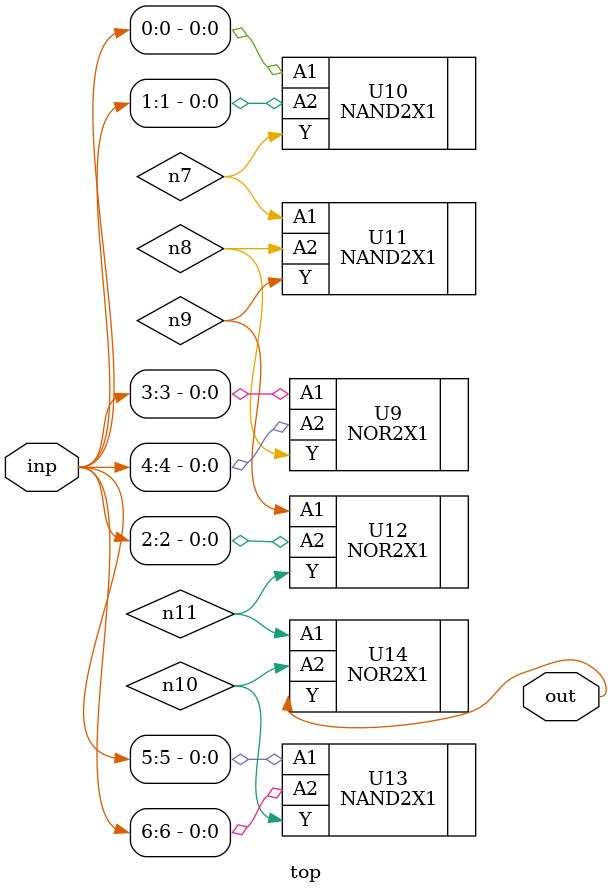
<source format=sv>


module top ( inp, out );
  input [6:0] inp;
  output out;
  wire   n7, n8, n9, n10, n11;

  NOR2X1 U9 ( .A1(inp[3]), .A2(inp[4]), .Y(n8) );
  NAND2X1 U10 ( .A1(inp[0]), .A2(inp[1]), .Y(n7) );
  NAND2X1 U11 ( .A1(n7), .A2(n8), .Y(n9) );
  NOR2X1 U12 ( .A1(n9), .A2(inp[2]), .Y(n11) );
  NAND2X1 U13 ( .A1(inp[5]), .A2(inp[6]), .Y(n10) );
  NOR2X1 U14 ( .A1(n11), .A2(n10), .Y(out) );
endmodule


</source>
